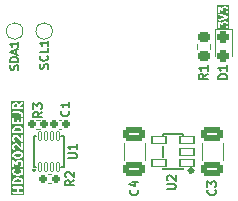
<source format=gbr>
%TF.GenerationSoftware,KiCad,Pcbnew,9.0.0*%
%TF.CreationDate,2025-05-23T16:01:07+04:00*%
%TF.ProjectId,02_06_sensor_temphumid_HDC3022DEJR,30325f30-365f-4736-956e-736f725f7465,rev?*%
%TF.SameCoordinates,Original*%
%TF.FileFunction,Legend,Top*%
%TF.FilePolarity,Positive*%
%FSLAX46Y46*%
G04 Gerber Fmt 4.6, Leading zero omitted, Abs format (unit mm)*
G04 Created by KiCad (PCBNEW 9.0.0) date 2025-05-23 16:01:07*
%MOMM*%
%LPD*%
G01*
G04 APERTURE LIST*
G04 Aperture macros list*
%AMRoundRect*
0 Rectangle with rounded corners*
0 $1 Rounding radius*
0 $2 $3 $4 $5 $6 $7 $8 $9 X,Y pos of 4 corners*
0 Add a 4 corners polygon primitive as box body*
4,1,4,$2,$3,$4,$5,$6,$7,$8,$9,$2,$3,0*
0 Add four circle primitives for the rounded corners*
1,1,$1+$1,$2,$3*
1,1,$1+$1,$4,$5*
1,1,$1+$1,$6,$7*
1,1,$1+$1,$8,$9*
0 Add four rect primitives between the rounded corners*
20,1,$1+$1,$2,$3,$4,$5,0*
20,1,$1+$1,$4,$5,$6,$7,0*
20,1,$1+$1,$6,$7,$8,$9,0*
20,1,$1+$1,$8,$9,$2,$3,0*%
%AMFreePoly0*
4,1,15,0.935355,0.685368,0.950000,0.650013,0.950000,-0.650013,0.935355,-0.685368,0.900000,-0.700013,-0.750013,-0.700013,-0.785368,-0.685368,-0.785371,-0.685365,-0.935358,-0.535352,-0.950000,-0.500000,-0.950000,0.650013,-0.935355,0.685368,-0.900000,0.700013,0.900000,0.700013,0.935355,0.685368,0.935355,0.685368,$1*%
G04 Aperture macros list end*
%ADD10C,0.175000*%
%ADD11C,0.150000*%
%ADD12C,0.120000*%
%ADD13C,0.152000*%
%ADD14C,0.059995*%
%ADD15C,0.300000*%
%ADD16C,0.150013*%
%ADD17C,0.100000*%
%ADD18C,0.000000*%
%ADD19RoundRect,0.101600X0.175000X0.725000X-0.175000X0.725000X-0.175000X-0.725000X0.175000X-0.725000X0*%
%ADD20C,0.657200*%
%ADD21RoundRect,0.243750X-0.281250X0.243750X-0.281250X-0.243750X0.281250X-0.243750X0.281250X0.243750X0*%
%ADD22C,1.100000*%
%ADD23RoundRect,0.160000X-0.160000X-0.210000X0.160000X-0.210000X0.160000X0.210000X-0.160000X0.210000X0*%
%ADD24RoundRect,0.050000X0.600000X-0.300000X0.600000X0.300000X-0.600000X0.300000X-0.600000X-0.300000X0*%
%ADD25RoundRect,0.050000X-0.125006X-0.350000X0.125006X-0.350000X0.125006X0.350000X-0.125006X0.350000X0*%
%ADD26FreePoly0,0.000000*%
%ADD27RoundRect,0.165000X-0.165000X-0.195000X0.165000X-0.195000X0.165000X0.195000X-0.165000X0.195000X0*%
%ADD28RoundRect,0.160000X0.160000X0.210000X-0.160000X0.210000X-0.160000X-0.210000X0.160000X-0.210000X0*%
%ADD29RoundRect,0.271739X0.678261X-0.353261X0.678261X0.353261X-0.678261X0.353261X-0.678261X-0.353261X0*%
%ADD30RoundRect,0.225000X-0.300000X0.225000X-0.300000X-0.225000X0.300000X-0.225000X0.300000X0.225000X0*%
G04 APERTURE END LIST*
D10*
G36*
X140428751Y-107171844D02*
G01*
X140478890Y-107196913D01*
X140525671Y-107243694D01*
X140550364Y-107317771D01*
X140550364Y-107394643D01*
X139975364Y-107394643D01*
X139975364Y-107317771D01*
X140000055Y-107243695D01*
X140046840Y-107196911D01*
X140096971Y-107171845D01*
X140220062Y-107141072D01*
X140305661Y-107141072D01*
X140428751Y-107171844D01*
G37*
G36*
X140464467Y-104993272D02*
G01*
X140514603Y-105018340D01*
X140530239Y-105033976D01*
X140550364Y-105074226D01*
X140550364Y-105104343D01*
X140530237Y-105144597D01*
X140514602Y-105160231D01*
X140464470Y-105185297D01*
X140341376Y-105216071D01*
X140184348Y-105216071D01*
X140061260Y-105185298D01*
X140011122Y-105160229D01*
X139995491Y-105144598D01*
X139975364Y-105104343D01*
X139975364Y-105074226D01*
X139995489Y-105033976D01*
X140011124Y-105018340D01*
X140061257Y-104993273D01*
X140184348Y-104962500D01*
X140341376Y-104962500D01*
X140464467Y-104993272D01*
G37*
G36*
X140428751Y-102814700D02*
G01*
X140478890Y-102839769D01*
X140525671Y-102886550D01*
X140550364Y-102960627D01*
X140550364Y-103037499D01*
X139975364Y-103037499D01*
X139975364Y-102960627D01*
X140000055Y-102886551D01*
X140046840Y-102839767D01*
X140096971Y-102814701D01*
X140220062Y-102783928D01*
X140305661Y-102783928D01*
X140428751Y-102814700D01*
G37*
G36*
X140157459Y-100804053D02*
G01*
X140173094Y-100819687D01*
X140193221Y-100859941D01*
X140193221Y-101037499D01*
X139975364Y-101037499D01*
X139975364Y-100859941D01*
X139995491Y-100819686D01*
X140011122Y-100804055D01*
X140051378Y-100783928D01*
X140117209Y-100783928D01*
X140157459Y-100804053D01*
G37*
G36*
X140812864Y-108442857D02*
G01*
X139712864Y-108442857D01*
X139712864Y-107822216D01*
X139802045Y-107822216D01*
X139802045Y-107856356D01*
X139815110Y-107887898D01*
X139839252Y-107912040D01*
X139870794Y-107925105D01*
X139887864Y-107926786D01*
X140157507Y-107926786D01*
X140157507Y-108180357D01*
X139887864Y-108180357D01*
X139870794Y-108182038D01*
X139839252Y-108195103D01*
X139815110Y-108219245D01*
X139802045Y-108250787D01*
X139802045Y-108284927D01*
X139815110Y-108316469D01*
X139839252Y-108340611D01*
X139870794Y-108353676D01*
X139887864Y-108355357D01*
X140637864Y-108355357D01*
X140654934Y-108353676D01*
X140686476Y-108340611D01*
X140710618Y-108316469D01*
X140723683Y-108284927D01*
X140723683Y-108250787D01*
X140710618Y-108219245D01*
X140686476Y-108195103D01*
X140654934Y-108182038D01*
X140637864Y-108180357D01*
X140332507Y-108180357D01*
X140332507Y-107926786D01*
X140637864Y-107926786D01*
X140654934Y-107925105D01*
X140686476Y-107912040D01*
X140710618Y-107887898D01*
X140723683Y-107856356D01*
X140723683Y-107822216D01*
X140710618Y-107790674D01*
X140686476Y-107766532D01*
X140654934Y-107753467D01*
X140637864Y-107751786D01*
X139887864Y-107751786D01*
X139870794Y-107753467D01*
X139839252Y-107766532D01*
X139815110Y-107790674D01*
X139802045Y-107822216D01*
X139712864Y-107822216D01*
X139712864Y-107303572D01*
X139800364Y-107303572D01*
X139800364Y-107482143D01*
X139802045Y-107499213D01*
X139815110Y-107530755D01*
X139839252Y-107554897D01*
X139870794Y-107567962D01*
X139887864Y-107569643D01*
X140637864Y-107569643D01*
X140654934Y-107567962D01*
X140686476Y-107554897D01*
X140710618Y-107530755D01*
X140723683Y-107499213D01*
X140725364Y-107482143D01*
X140725364Y-107303572D01*
X140724513Y-107294932D01*
X140724677Y-107292628D01*
X140723987Y-107289596D01*
X140723683Y-107286502D01*
X140722798Y-107284366D01*
X140720874Y-107275903D01*
X140685160Y-107168759D01*
X140678167Y-107153097D01*
X140676108Y-107150723D01*
X140674904Y-107147816D01*
X140664022Y-107134557D01*
X140592593Y-107063128D01*
X140585880Y-107057618D01*
X140584368Y-107055875D01*
X140581739Y-107054220D01*
X140579334Y-107052246D01*
X140577197Y-107051360D01*
X140569852Y-107046737D01*
X140498423Y-107011023D01*
X140497175Y-107010545D01*
X140496667Y-107010169D01*
X140489509Y-107007612D01*
X140482403Y-107004893D01*
X140481771Y-107004848D01*
X140480514Y-107004399D01*
X140337657Y-106968684D01*
X140334695Y-106968246D01*
X140333505Y-106967753D01*
X140327085Y-106967120D01*
X140320689Y-106966175D01*
X140319411Y-106966365D01*
X140316435Y-106966072D01*
X140209292Y-106966072D01*
X140206316Y-106966365D01*
X140205039Y-106966175D01*
X140198644Y-106967120D01*
X140192222Y-106967753D01*
X140191031Y-106968246D01*
X140188071Y-106968684D01*
X140045213Y-107004398D01*
X140043952Y-107004848D01*
X140043324Y-107004893D01*
X140036244Y-107007602D01*
X140029061Y-107010169D01*
X140028551Y-107010546D01*
X140027304Y-107011024D01*
X139955876Y-107046738D01*
X139948532Y-107051360D01*
X139946394Y-107052246D01*
X139943987Y-107054221D01*
X139941360Y-107055875D01*
X139939847Y-107057618D01*
X139933135Y-107063128D01*
X139861706Y-107134557D01*
X139850824Y-107147816D01*
X139849620Y-107150721D01*
X139847561Y-107153096D01*
X139840568Y-107168759D01*
X139804854Y-107275902D01*
X139802929Y-107284367D01*
X139802045Y-107286502D01*
X139801740Y-107289596D01*
X139801051Y-107292628D01*
X139801214Y-107294932D01*
X139800364Y-107303572D01*
X139712864Y-107303572D01*
X139712864Y-106446429D01*
X139800364Y-106446429D01*
X139800364Y-106517857D01*
X139801214Y-106526496D01*
X139801051Y-106528801D01*
X139801740Y-106531832D01*
X139802045Y-106534927D01*
X139802929Y-106537061D01*
X139804854Y-106545527D01*
X139840568Y-106652670D01*
X139847561Y-106668333D01*
X139849620Y-106670707D01*
X139850824Y-106673613D01*
X139861706Y-106686872D01*
X139933135Y-106758301D01*
X139939847Y-106763810D01*
X139941360Y-106765554D01*
X139943987Y-106767207D01*
X139946394Y-106769183D01*
X139948532Y-106770068D01*
X139955876Y-106774691D01*
X140027304Y-106810405D01*
X140028551Y-106810882D01*
X140029061Y-106811260D01*
X140036244Y-106813826D01*
X140043324Y-106816536D01*
X140043952Y-106816580D01*
X140045213Y-106817031D01*
X140188071Y-106852745D01*
X140191031Y-106853182D01*
X140192222Y-106853676D01*
X140198644Y-106854308D01*
X140205039Y-106855254D01*
X140206316Y-106855063D01*
X140209292Y-106855357D01*
X140316435Y-106855357D01*
X140319411Y-106855063D01*
X140320689Y-106855254D01*
X140327085Y-106854308D01*
X140333505Y-106853676D01*
X140334695Y-106853182D01*
X140337657Y-106852745D01*
X140480514Y-106817030D01*
X140481771Y-106816580D01*
X140482403Y-106816536D01*
X140489509Y-106813816D01*
X140496667Y-106811260D01*
X140497175Y-106810883D01*
X140498423Y-106810406D01*
X140569852Y-106774692D01*
X140577197Y-106770068D01*
X140579334Y-106769183D01*
X140581739Y-106767208D01*
X140584368Y-106765554D01*
X140585880Y-106763810D01*
X140592593Y-106758301D01*
X140664022Y-106686872D01*
X140674904Y-106673613D01*
X140676108Y-106670705D01*
X140678167Y-106668332D01*
X140685160Y-106652670D01*
X140720874Y-106545526D01*
X140722798Y-106537062D01*
X140723683Y-106534927D01*
X140723987Y-106531832D01*
X140724677Y-106528801D01*
X140724513Y-106526496D01*
X140725364Y-106517857D01*
X140725364Y-106446429D01*
X140724513Y-106437789D01*
X140724677Y-106435485D01*
X140723987Y-106432453D01*
X140723683Y-106429359D01*
X140722798Y-106427223D01*
X140720874Y-106418760D01*
X140685160Y-106311616D01*
X140678167Y-106295954D01*
X140676107Y-106293579D01*
X140674903Y-106290672D01*
X140664021Y-106277413D01*
X140628306Y-106241699D01*
X140615047Y-106230818D01*
X140583505Y-106217753D01*
X140549363Y-106217754D01*
X140517821Y-106230819D01*
X140493681Y-106254960D01*
X140480616Y-106286502D01*
X140480617Y-106320644D01*
X140493682Y-106352186D01*
X140504564Y-106365445D01*
X140525672Y-106386552D01*
X140550364Y-106460628D01*
X140550364Y-106503657D01*
X140525671Y-106577734D01*
X140478890Y-106624515D01*
X140428751Y-106649584D01*
X140305661Y-106680357D01*
X140220062Y-106680357D01*
X140096971Y-106649583D01*
X140046840Y-106624518D01*
X140000055Y-106577733D01*
X139975364Y-106503657D01*
X139975364Y-106460628D01*
X140000055Y-106386552D01*
X140021164Y-106365444D01*
X140032045Y-106352185D01*
X140045111Y-106320643D01*
X140045111Y-106286501D01*
X140032045Y-106254959D01*
X140007905Y-106230819D01*
X139976363Y-106217753D01*
X139942221Y-106217753D01*
X139910679Y-106230819D01*
X139897420Y-106241700D01*
X139861706Y-106277414D01*
X139850824Y-106290673D01*
X139849620Y-106293578D01*
X139847561Y-106295953D01*
X139840568Y-106311616D01*
X139804854Y-106418759D01*
X139802929Y-106427224D01*
X139802045Y-106429359D01*
X139801740Y-106432453D01*
X139801051Y-106435485D01*
X139801214Y-106437789D01*
X139800364Y-106446429D01*
X139712864Y-106446429D01*
X139712864Y-105589286D01*
X139800364Y-105589286D01*
X139800364Y-106053572D01*
X139802045Y-106070642D01*
X139815110Y-106102184D01*
X139839252Y-106126326D01*
X139870794Y-106139391D01*
X139904934Y-106139391D01*
X139936476Y-106126326D01*
X139960618Y-106102184D01*
X139973683Y-106070642D01*
X139975364Y-106053572D01*
X139975364Y-105782115D01*
X140115959Y-105905137D01*
X140123338Y-105910412D01*
X140124966Y-105912040D01*
X140126508Y-105912679D01*
X140129912Y-105915112D01*
X140143376Y-105919665D01*
X140156508Y-105925105D01*
X140159459Y-105925105D01*
X140162253Y-105926050D01*
X140176429Y-105925105D01*
X140190648Y-105925105D01*
X140193375Y-105923975D01*
X140196320Y-105923779D01*
X140209061Y-105917477D01*
X140222190Y-105912040D01*
X140224275Y-105909954D01*
X140226923Y-105908645D01*
X140236287Y-105897942D01*
X140246332Y-105887898D01*
X140247460Y-105885172D01*
X140249404Y-105882952D01*
X140253957Y-105869487D01*
X140259397Y-105856356D01*
X140259806Y-105852192D01*
X140260342Y-105850611D01*
X140260188Y-105848314D01*
X140261078Y-105839286D01*
X140261078Y-105752798D01*
X140281203Y-105712548D01*
X140296840Y-105696911D01*
X140337090Y-105676786D01*
X140474352Y-105676786D01*
X140514602Y-105696911D01*
X140530239Y-105712548D01*
X140550364Y-105752798D01*
X140550364Y-105925774D01*
X140530239Y-105966024D01*
X140504563Y-105991700D01*
X140493681Y-106004959D01*
X140480616Y-106036501D01*
X140480616Y-106070643D01*
X140493681Y-106102185D01*
X140517822Y-106126326D01*
X140549364Y-106139391D01*
X140583506Y-106139391D01*
X140615048Y-106126326D01*
X140628307Y-106115444D01*
X140664022Y-106079729D01*
X140669531Y-106073016D01*
X140671275Y-106071504D01*
X140672928Y-106068876D01*
X140674904Y-106066470D01*
X140675789Y-106064331D01*
X140680412Y-106056988D01*
X140716126Y-105985560D01*
X140722257Y-105969540D01*
X140722479Y-105966403D01*
X140723683Y-105963499D01*
X140725364Y-105946429D01*
X140725364Y-105732143D01*
X140723683Y-105715073D01*
X140722479Y-105712168D01*
X140722257Y-105709032D01*
X140716126Y-105693012D01*
X140680412Y-105621584D01*
X140675789Y-105614240D01*
X140674904Y-105612102D01*
X140672928Y-105609695D01*
X140671275Y-105607068D01*
X140669531Y-105605555D01*
X140664022Y-105598843D01*
X140628307Y-105563128D01*
X140621594Y-105557618D01*
X140620082Y-105555875D01*
X140617454Y-105554221D01*
X140615048Y-105552246D01*
X140612909Y-105551360D01*
X140605566Y-105546738D01*
X140534138Y-105511024D01*
X140518119Y-105504893D01*
X140514981Y-105504670D01*
X140512077Y-105503467D01*
X140495007Y-105501786D01*
X140316435Y-105501786D01*
X140299365Y-105503467D01*
X140296460Y-105504670D01*
X140293324Y-105504893D01*
X140277304Y-105511024D01*
X140205876Y-105546738D01*
X140198532Y-105551360D01*
X140196394Y-105552246D01*
X140193987Y-105554221D01*
X140191360Y-105555875D01*
X140189847Y-105557618D01*
X140183135Y-105563128D01*
X140147420Y-105598843D01*
X140141910Y-105605555D01*
X140140167Y-105607068D01*
X140138513Y-105609695D01*
X140136538Y-105612102D01*
X140135652Y-105614240D01*
X140131030Y-105621584D01*
X140108697Y-105666248D01*
X139945483Y-105523436D01*
X139938104Y-105518160D01*
X139936476Y-105516532D01*
X139934932Y-105515892D01*
X139931530Y-105513460D01*
X139918065Y-105508906D01*
X139904934Y-105503467D01*
X139901983Y-105503467D01*
X139899189Y-105502522D01*
X139885013Y-105503467D01*
X139870794Y-105503467D01*
X139868066Y-105504596D01*
X139865122Y-105504793D01*
X139852380Y-105511094D01*
X139839252Y-105516532D01*
X139837166Y-105518617D01*
X139834519Y-105519927D01*
X139825154Y-105530629D01*
X139815110Y-105540674D01*
X139813981Y-105543399D01*
X139812038Y-105545620D01*
X139807484Y-105559084D01*
X139802045Y-105572216D01*
X139801635Y-105576379D01*
X139801100Y-105577961D01*
X139801253Y-105580257D01*
X139800364Y-105589286D01*
X139712864Y-105589286D01*
X139712864Y-105053571D01*
X139800364Y-105053571D01*
X139800364Y-105125000D01*
X139802045Y-105142070D01*
X139803248Y-105144974D01*
X139803471Y-105148111D01*
X139809601Y-105164131D01*
X139845315Y-105235560D01*
X139849938Y-105242905D01*
X139850824Y-105245042D01*
X139852798Y-105247447D01*
X139854453Y-105250076D01*
X139856196Y-105251588D01*
X139861706Y-105258301D01*
X139897420Y-105294015D01*
X139904130Y-105299522D01*
X139905645Y-105301268D01*
X139908277Y-105302925D01*
X139910679Y-105304896D01*
X139912811Y-105305779D01*
X139920161Y-105310406D01*
X139991590Y-105346120D01*
X139992839Y-105346598D01*
X139993347Y-105346974D01*
X140000513Y-105349534D01*
X140007610Y-105352250D01*
X140008238Y-105352294D01*
X140009499Y-105352745D01*
X140152357Y-105388459D01*
X140155317Y-105388896D01*
X140156508Y-105389390D01*
X140162930Y-105390022D01*
X140169325Y-105390968D01*
X140170602Y-105390777D01*
X140173578Y-105391071D01*
X140352150Y-105391071D01*
X140355126Y-105390777D01*
X140356404Y-105390968D01*
X140362800Y-105390022D01*
X140369220Y-105389390D01*
X140370410Y-105388896D01*
X140373372Y-105388459D01*
X140516229Y-105352744D01*
X140517486Y-105352294D01*
X140518119Y-105352250D01*
X140525215Y-105349534D01*
X140532382Y-105346974D01*
X140532892Y-105346595D01*
X140534138Y-105346119D01*
X140605566Y-105310405D01*
X140612910Y-105305781D01*
X140615047Y-105304897D01*
X140617451Y-105302923D01*
X140620082Y-105301268D01*
X140621595Y-105299522D01*
X140628306Y-105294016D01*
X140664021Y-105258302D01*
X140669530Y-105251589D01*
X140671275Y-105250076D01*
X140672930Y-105247446D01*
X140674903Y-105245043D01*
X140675787Y-105242907D01*
X140680413Y-105235560D01*
X140716127Y-105164131D01*
X140722257Y-105148111D01*
X140722479Y-105144974D01*
X140723683Y-105142070D01*
X140725364Y-105125000D01*
X140725364Y-105053571D01*
X140723683Y-105036501D01*
X140722479Y-105033596D01*
X140722257Y-105030460D01*
X140716126Y-105014440D01*
X140680412Y-104943012D01*
X140675788Y-104935666D01*
X140674903Y-104933529D01*
X140672929Y-104931124D01*
X140671275Y-104928496D01*
X140669530Y-104926983D01*
X140664021Y-104920270D01*
X140628306Y-104884556D01*
X140621595Y-104879049D01*
X140620083Y-104877305D01*
X140617452Y-104875649D01*
X140615047Y-104873675D01*
X140612911Y-104872790D01*
X140605567Y-104868167D01*
X140534139Y-104832452D01*
X140532891Y-104831974D01*
X140532382Y-104831597D01*
X140525221Y-104829039D01*
X140518119Y-104826321D01*
X140517486Y-104826276D01*
X140516229Y-104825827D01*
X140373372Y-104790112D01*
X140370410Y-104789674D01*
X140369220Y-104789181D01*
X140362800Y-104788548D01*
X140356404Y-104787603D01*
X140355126Y-104787793D01*
X140352150Y-104787500D01*
X140173578Y-104787500D01*
X140170602Y-104787793D01*
X140169325Y-104787603D01*
X140162930Y-104788548D01*
X140156508Y-104789181D01*
X140155317Y-104789674D01*
X140152357Y-104790112D01*
X140009499Y-104825826D01*
X140008238Y-104826276D01*
X140007609Y-104826321D01*
X140000515Y-104829035D01*
X139993347Y-104831597D01*
X139992838Y-104831973D01*
X139991589Y-104832452D01*
X139920160Y-104868167D01*
X139912810Y-104872792D01*
X139910679Y-104873676D01*
X139908279Y-104875644D01*
X139905644Y-104877304D01*
X139904127Y-104879052D01*
X139897420Y-104884557D01*
X139861706Y-104920271D01*
X139856196Y-104926983D01*
X139854453Y-104928496D01*
X139852799Y-104931123D01*
X139850824Y-104933530D01*
X139849938Y-104935668D01*
X139845316Y-104943012D01*
X139809602Y-105014440D01*
X139803471Y-105030459D01*
X139803248Y-105033596D01*
X139802045Y-105036501D01*
X139800364Y-105053571D01*
X139712864Y-105053571D01*
X139712864Y-104303571D01*
X139800364Y-104303571D01*
X139800364Y-104482143D01*
X139802045Y-104499213D01*
X139803248Y-104502117D01*
X139803471Y-104505255D01*
X139809602Y-104521274D01*
X139845316Y-104592702D01*
X139849938Y-104600045D01*
X139850824Y-104602184D01*
X139852799Y-104604590D01*
X139854453Y-104607218D01*
X139856196Y-104608730D01*
X139861706Y-104615443D01*
X139897420Y-104651157D01*
X139910679Y-104662038D01*
X139942221Y-104675104D01*
X139976363Y-104675104D01*
X140007905Y-104662038D01*
X140032045Y-104637898D01*
X140045111Y-104606356D01*
X140045111Y-104572214D01*
X140032045Y-104540672D01*
X140021164Y-104527413D01*
X139995489Y-104501738D01*
X139975364Y-104461488D01*
X139975364Y-104324226D01*
X139995489Y-104283975D01*
X140011123Y-104268340D01*
X140051378Y-104248214D01*
X140087950Y-104248214D01*
X140162026Y-104272906D01*
X140575992Y-104686872D01*
X140589251Y-104697753D01*
X140589252Y-104697754D01*
X140620794Y-104710819D01*
X140654934Y-104710819D01*
X140686476Y-104697754D01*
X140710618Y-104673612D01*
X140723683Y-104642070D01*
X140725364Y-104625000D01*
X140725364Y-104160714D01*
X140723683Y-104143644D01*
X140710618Y-104112102D01*
X140686476Y-104087960D01*
X140654934Y-104074895D01*
X140620794Y-104074895D01*
X140589252Y-104087960D01*
X140565110Y-104112102D01*
X140552045Y-104143644D01*
X140550364Y-104160714D01*
X140550364Y-104413756D01*
X140271164Y-104134556D01*
X140257905Y-104123674D01*
X140254999Y-104122470D01*
X140252625Y-104120411D01*
X140236962Y-104113418D01*
X140129820Y-104077704D01*
X140121354Y-104075779D01*
X140119220Y-104074895D01*
X140116125Y-104074590D01*
X140113094Y-104073901D01*
X140110789Y-104074064D01*
X140102150Y-104073214D01*
X140030721Y-104073214D01*
X140013651Y-104074895D01*
X140010746Y-104076098D01*
X140007610Y-104076321D01*
X139991590Y-104082451D01*
X139920161Y-104118165D01*
X139912813Y-104122790D01*
X139910678Y-104123675D01*
X139908274Y-104125647D01*
X139905645Y-104127303D01*
X139904131Y-104129047D01*
X139897419Y-104134557D01*
X139861705Y-104170272D01*
X139856198Y-104176982D01*
X139854453Y-104178496D01*
X139852797Y-104181126D01*
X139850824Y-104183531D01*
X139849939Y-104185667D01*
X139845316Y-104193012D01*
X139809602Y-104264440D01*
X139803471Y-104280459D01*
X139803248Y-104283596D01*
X139802045Y-104286501D01*
X139800364Y-104303571D01*
X139712864Y-104303571D01*
X139712864Y-103589285D01*
X139800364Y-103589285D01*
X139800364Y-103767857D01*
X139802045Y-103784927D01*
X139803248Y-103787831D01*
X139803471Y-103790969D01*
X139809602Y-103806988D01*
X139845316Y-103878416D01*
X139849938Y-103885759D01*
X139850824Y-103887898D01*
X139852799Y-103890304D01*
X139854453Y-103892932D01*
X139856196Y-103894444D01*
X139861706Y-103901157D01*
X139897420Y-103936871D01*
X139910679Y-103947752D01*
X139942221Y-103960818D01*
X139976363Y-103960818D01*
X140007905Y-103947752D01*
X140032045Y-103923612D01*
X140045111Y-103892070D01*
X140045111Y-103857928D01*
X140032045Y-103826386D01*
X140021164Y-103813127D01*
X139995489Y-103787452D01*
X139975364Y-103747202D01*
X139975364Y-103609940D01*
X139995489Y-103569689D01*
X140011123Y-103554054D01*
X140051378Y-103533928D01*
X140087950Y-103533928D01*
X140162026Y-103558620D01*
X140575992Y-103972586D01*
X140589251Y-103983467D01*
X140589252Y-103983468D01*
X140620794Y-103996533D01*
X140654934Y-103996533D01*
X140686476Y-103983468D01*
X140710618Y-103959326D01*
X140723683Y-103927784D01*
X140725364Y-103910714D01*
X140725364Y-103446428D01*
X140723683Y-103429358D01*
X140710618Y-103397816D01*
X140686476Y-103373674D01*
X140654934Y-103360609D01*
X140620794Y-103360609D01*
X140589252Y-103373674D01*
X140565110Y-103397816D01*
X140552045Y-103429358D01*
X140550364Y-103446428D01*
X140550364Y-103699470D01*
X140271164Y-103420270D01*
X140257905Y-103409388D01*
X140254999Y-103408184D01*
X140252625Y-103406125D01*
X140236962Y-103399132D01*
X140129820Y-103363418D01*
X140121354Y-103361493D01*
X140119220Y-103360609D01*
X140116125Y-103360304D01*
X140113094Y-103359615D01*
X140110789Y-103359778D01*
X140102150Y-103358928D01*
X140030721Y-103358928D01*
X140013651Y-103360609D01*
X140010746Y-103361812D01*
X140007610Y-103362035D01*
X139991590Y-103368165D01*
X139920161Y-103403879D01*
X139912813Y-103408504D01*
X139910678Y-103409389D01*
X139908274Y-103411361D01*
X139905645Y-103413017D01*
X139904131Y-103414761D01*
X139897419Y-103420271D01*
X139861705Y-103455986D01*
X139856198Y-103462696D01*
X139854453Y-103464210D01*
X139852797Y-103466840D01*
X139850824Y-103469245D01*
X139849939Y-103471381D01*
X139845316Y-103478726D01*
X139809602Y-103550154D01*
X139803471Y-103566173D01*
X139803248Y-103569310D01*
X139802045Y-103572215D01*
X139800364Y-103589285D01*
X139712864Y-103589285D01*
X139712864Y-102946428D01*
X139800364Y-102946428D01*
X139800364Y-103124999D01*
X139802045Y-103142069D01*
X139815110Y-103173611D01*
X139839252Y-103197753D01*
X139870794Y-103210818D01*
X139887864Y-103212499D01*
X140637864Y-103212499D01*
X140654934Y-103210818D01*
X140686476Y-103197753D01*
X140710618Y-103173611D01*
X140723683Y-103142069D01*
X140725364Y-103124999D01*
X140725364Y-102946428D01*
X140724513Y-102937788D01*
X140724677Y-102935484D01*
X140723987Y-102932452D01*
X140723683Y-102929358D01*
X140722798Y-102927222D01*
X140720874Y-102918759D01*
X140685160Y-102811615D01*
X140678167Y-102795953D01*
X140676108Y-102793579D01*
X140674904Y-102790672D01*
X140664022Y-102777413D01*
X140592593Y-102705984D01*
X140585880Y-102700474D01*
X140584368Y-102698731D01*
X140581739Y-102697076D01*
X140579334Y-102695102D01*
X140577197Y-102694216D01*
X140569852Y-102689593D01*
X140498423Y-102653879D01*
X140497175Y-102653401D01*
X140496667Y-102653025D01*
X140489509Y-102650468D01*
X140482403Y-102647749D01*
X140481771Y-102647704D01*
X140480514Y-102647255D01*
X140337657Y-102611540D01*
X140334695Y-102611102D01*
X140333505Y-102610609D01*
X140327085Y-102609976D01*
X140320689Y-102609031D01*
X140319411Y-102609221D01*
X140316435Y-102608928D01*
X140209292Y-102608928D01*
X140206316Y-102609221D01*
X140205039Y-102609031D01*
X140198644Y-102609976D01*
X140192222Y-102610609D01*
X140191031Y-102611102D01*
X140188071Y-102611540D01*
X140045213Y-102647254D01*
X140043952Y-102647704D01*
X140043324Y-102647749D01*
X140036244Y-102650458D01*
X140029061Y-102653025D01*
X140028551Y-102653402D01*
X140027304Y-102653880D01*
X139955876Y-102689594D01*
X139948532Y-102694216D01*
X139946394Y-102695102D01*
X139943987Y-102697077D01*
X139941360Y-102698731D01*
X139939847Y-102700474D01*
X139933135Y-102705984D01*
X139861706Y-102777413D01*
X139850824Y-102790672D01*
X139849620Y-102793577D01*
X139847561Y-102795952D01*
X139840568Y-102811615D01*
X139804854Y-102918758D01*
X139802929Y-102927223D01*
X139802045Y-102929358D01*
X139801740Y-102932452D01*
X139801051Y-102935484D01*
X139801214Y-102937788D01*
X139800364Y-102946428D01*
X139712864Y-102946428D01*
X139712864Y-102017856D01*
X139800364Y-102017856D01*
X139800364Y-102374999D01*
X139802045Y-102392069D01*
X139815110Y-102423611D01*
X139839252Y-102447753D01*
X139870794Y-102460818D01*
X139887864Y-102462499D01*
X140637864Y-102462499D01*
X140654934Y-102460818D01*
X140686476Y-102447753D01*
X140710618Y-102423611D01*
X140723683Y-102392069D01*
X140725364Y-102374999D01*
X140725364Y-102017856D01*
X140723683Y-102000786D01*
X140710618Y-101969244D01*
X140686476Y-101945102D01*
X140654934Y-101932037D01*
X140620794Y-101932037D01*
X140589252Y-101945102D01*
X140565110Y-101969244D01*
X140552045Y-102000786D01*
X140550364Y-102017856D01*
X140550364Y-102287499D01*
X140332507Y-102287499D01*
X140332507Y-102124999D01*
X140330826Y-102107929D01*
X140317761Y-102076387D01*
X140293619Y-102052245D01*
X140262077Y-102039180D01*
X140227937Y-102039180D01*
X140196395Y-102052245D01*
X140172253Y-102076387D01*
X140159188Y-102107929D01*
X140157507Y-102124999D01*
X140157507Y-102287499D01*
X139975364Y-102287499D01*
X139975364Y-102017856D01*
X139973683Y-102000786D01*
X139960618Y-101969244D01*
X139936476Y-101945102D01*
X139904934Y-101932037D01*
X139870794Y-101932037D01*
X139839252Y-101945102D01*
X139815110Y-101969244D01*
X139802045Y-102000786D01*
X139800364Y-102017856D01*
X139712864Y-102017856D01*
X139712864Y-101465072D01*
X139802045Y-101465072D01*
X139802045Y-101499212D01*
X139815110Y-101530754D01*
X139839252Y-101554896D01*
X139870794Y-101567961D01*
X139887864Y-101569642D01*
X140409378Y-101569642D01*
X140483456Y-101594335D01*
X140525671Y-101636550D01*
X140550364Y-101710627D01*
X140550364Y-101767857D01*
X140552045Y-101784927D01*
X140565110Y-101816469D01*
X140589252Y-101840611D01*
X140620794Y-101853676D01*
X140654934Y-101853676D01*
X140686476Y-101840611D01*
X140710618Y-101816469D01*
X140723683Y-101784927D01*
X140725364Y-101767857D01*
X140725364Y-101696428D01*
X140724513Y-101687788D01*
X140724677Y-101685484D01*
X140723987Y-101682452D01*
X140723683Y-101679358D01*
X140722798Y-101677222D01*
X140720874Y-101668759D01*
X140685160Y-101561615D01*
X140678167Y-101545953D01*
X140676107Y-101543577D01*
X140674903Y-101540671D01*
X140664021Y-101527413D01*
X140592592Y-101455985D01*
X140579333Y-101445103D01*
X140576429Y-101443900D01*
X140574054Y-101441840D01*
X140558392Y-101434847D01*
X140451248Y-101399132D01*
X140442782Y-101397207D01*
X140440648Y-101396323D01*
X140437554Y-101396018D01*
X140434523Y-101395329D01*
X140432217Y-101395492D01*
X140423578Y-101394642D01*
X139887864Y-101394642D01*
X139870794Y-101396323D01*
X139839252Y-101409388D01*
X139815110Y-101433530D01*
X139802045Y-101465072D01*
X139712864Y-101465072D01*
X139712864Y-100839285D01*
X139800364Y-100839285D01*
X139800364Y-101124999D01*
X139802045Y-101142069D01*
X139815110Y-101173611D01*
X139839252Y-101197753D01*
X139870794Y-101210818D01*
X139887864Y-101212499D01*
X140637864Y-101212499D01*
X140654934Y-101210818D01*
X140686476Y-101197753D01*
X140710618Y-101173611D01*
X140723683Y-101142069D01*
X140723683Y-101107929D01*
X140710618Y-101076387D01*
X140686476Y-101052245D01*
X140654934Y-101039180D01*
X140637864Y-101037499D01*
X140368221Y-101037499D01*
X140368221Y-100991985D01*
X140688042Y-100768111D01*
X140701063Y-100756944D01*
X140719411Y-100728153D01*
X140725344Y-100694531D01*
X140717959Y-100661198D01*
X140698381Y-100633229D01*
X140669590Y-100614882D01*
X140635967Y-100608948D01*
X140602635Y-100616333D01*
X140587686Y-100624745D01*
X140353310Y-100788807D01*
X140323270Y-100728725D01*
X140318644Y-100721377D01*
X140317760Y-100719242D01*
X140315787Y-100716838D01*
X140314132Y-100714209D01*
X140312387Y-100712695D01*
X140306878Y-100705983D01*
X140271163Y-100670269D01*
X140264452Y-100664762D01*
X140262939Y-100663017D01*
X140260308Y-100661361D01*
X140257904Y-100659388D01*
X140255767Y-100658503D01*
X140248423Y-100653880D01*
X140176995Y-100618166D01*
X140160976Y-100612035D01*
X140157838Y-100611812D01*
X140154934Y-100610609D01*
X140137864Y-100608928D01*
X140030721Y-100608928D01*
X140013651Y-100610609D01*
X140010746Y-100611812D01*
X140007610Y-100612035D01*
X139991590Y-100618165D01*
X139920161Y-100653879D01*
X139912811Y-100658505D01*
X139910679Y-100659389D01*
X139908277Y-100661359D01*
X139905645Y-100663017D01*
X139904130Y-100664762D01*
X139897420Y-100670270D01*
X139861706Y-100705984D01*
X139856196Y-100712696D01*
X139854453Y-100714209D01*
X139852798Y-100716837D01*
X139850824Y-100719243D01*
X139849938Y-100721379D01*
X139845315Y-100728725D01*
X139809601Y-100800154D01*
X139803471Y-100816174D01*
X139803248Y-100819310D01*
X139802045Y-100822215D01*
X139800364Y-100839285D01*
X139712864Y-100839285D01*
X139712864Y-100521428D01*
X140812864Y-100521428D01*
X140812864Y-108442857D01*
G37*
D11*
G36*
X158168811Y-94418004D02*
G01*
X157163255Y-94418004D01*
X157163255Y-93833333D01*
X157241033Y-93833333D01*
X157241033Y-94266667D01*
X157242474Y-94281299D01*
X157253673Y-94308335D01*
X157274365Y-94329027D01*
X157301401Y-94340226D01*
X157330665Y-94340226D01*
X157357701Y-94329027D01*
X157378393Y-94308335D01*
X157389592Y-94281299D01*
X157391033Y-94266667D01*
X157391033Y-93998615D01*
X157533312Y-94123110D01*
X157539636Y-94127631D01*
X157541032Y-94129027D01*
X157542355Y-94129575D01*
X157545273Y-94131661D01*
X157556810Y-94135562D01*
X157568068Y-94140226D01*
X157570599Y-94140226D01*
X157572994Y-94141036D01*
X157585147Y-94140226D01*
X157597332Y-94140226D01*
X157599668Y-94139258D01*
X157602192Y-94139090D01*
X157613117Y-94133687D01*
X157624368Y-94129027D01*
X157626154Y-94127240D01*
X157628424Y-94126118D01*
X157636449Y-94116945D01*
X157645060Y-94108335D01*
X157646028Y-94105998D01*
X157647694Y-94104094D01*
X157651595Y-94092556D01*
X157656259Y-94081299D01*
X157656610Y-94077728D01*
X157657069Y-94076373D01*
X157656937Y-94074405D01*
X157657700Y-94066667D01*
X157657700Y-93984371D01*
X157677671Y-93944427D01*
X157693793Y-93928305D01*
X157733738Y-93908333D01*
X157864994Y-93908333D01*
X157904940Y-93928306D01*
X157921061Y-93944427D01*
X157941033Y-93984371D01*
X157941033Y-94148962D01*
X157921061Y-94188906D01*
X157896333Y-94213634D01*
X157887006Y-94224999D01*
X157875807Y-94252036D01*
X157875807Y-94281298D01*
X157887006Y-94308335D01*
X157907698Y-94329027D01*
X157934735Y-94340226D01*
X157963997Y-94340226D01*
X157991034Y-94329027D01*
X158002399Y-94319700D01*
X158035733Y-94286366D01*
X158040451Y-94280616D01*
X158041950Y-94279317D01*
X158043371Y-94277057D01*
X158045060Y-94275001D01*
X158045817Y-94273173D01*
X158049782Y-94266874D01*
X158083115Y-94200208D01*
X158088370Y-94186476D01*
X158088560Y-94183788D01*
X158089592Y-94181299D01*
X158091033Y-94166667D01*
X158091033Y-93966667D01*
X158089592Y-93952035D01*
X158088560Y-93949545D01*
X158088370Y-93946858D01*
X158083115Y-93933127D01*
X158049782Y-93866459D01*
X158045817Y-93860161D01*
X158045060Y-93858332D01*
X158043369Y-93856272D01*
X158041950Y-93854017D01*
X158040453Y-93852719D01*
X158035732Y-93846966D01*
X158002398Y-93813633D01*
X157996646Y-93808912D01*
X157995350Y-93807418D01*
X157993095Y-93805998D01*
X157991033Y-93804306D01*
X157989202Y-93803548D01*
X157982908Y-93799585D01*
X157916242Y-93766251D01*
X157902510Y-93760996D01*
X157899820Y-93760804D01*
X157897332Y-93759774D01*
X157882700Y-93758333D01*
X157716033Y-93758333D01*
X157701401Y-93759774D01*
X157698912Y-93760804D01*
X157696223Y-93760996D01*
X157682491Y-93766251D01*
X157615825Y-93799585D01*
X157609528Y-93803548D01*
X157607698Y-93804307D01*
X157605636Y-93805998D01*
X157603382Y-93807418D01*
X157602085Y-93808913D01*
X157596333Y-93813634D01*
X157563000Y-93846967D01*
X157558281Y-93852716D01*
X157556783Y-93854016D01*
X157555361Y-93856275D01*
X157553673Y-93858332D01*
X157552915Y-93860159D01*
X157548951Y-93866459D01*
X157524248Y-93915864D01*
X157365421Y-93776890D01*
X157359096Y-93772368D01*
X157357701Y-93770973D01*
X157356377Y-93770424D01*
X157353460Y-93768339D01*
X157341922Y-93764437D01*
X157330665Y-93759774D01*
X157328134Y-93759774D01*
X157325739Y-93758964D01*
X157313586Y-93759774D01*
X157301401Y-93759774D01*
X157299064Y-93760741D01*
X157296541Y-93760910D01*
X157285615Y-93766312D01*
X157274365Y-93770973D01*
X157272578Y-93772759D01*
X157270309Y-93773882D01*
X157262283Y-93783054D01*
X157253673Y-93791665D01*
X157252704Y-93794001D01*
X157251039Y-93795906D01*
X157247137Y-93807443D01*
X157242474Y-93818701D01*
X157242122Y-93822271D01*
X157241664Y-93823627D01*
X157241795Y-93825594D01*
X157241033Y-93833333D01*
X157163255Y-93833333D01*
X157163255Y-93157286D01*
X157241622Y-93157286D01*
X157243697Y-93186476D01*
X157256783Y-93212649D01*
X157278890Y-93231823D01*
X157292316Y-93237817D01*
X157778863Y-93399999D01*
X157292316Y-93562182D01*
X157278890Y-93568176D01*
X157256783Y-93587350D01*
X157243697Y-93613523D01*
X157241622Y-93642713D01*
X157250876Y-93670476D01*
X157270050Y-93692583D01*
X157296223Y-93705669D01*
X157325413Y-93707744D01*
X157339750Y-93704484D01*
X158039750Y-93471151D01*
X158053176Y-93465157D01*
X158057224Y-93461645D01*
X158062016Y-93459250D01*
X158068178Y-93452145D01*
X158075283Y-93445983D01*
X158077679Y-93441190D01*
X158081190Y-93437143D01*
X158084163Y-93428223D01*
X158088370Y-93419810D01*
X158088750Y-93414461D01*
X158090444Y-93409380D01*
X158089777Y-93400007D01*
X158090445Y-93390620D01*
X158088748Y-93385531D01*
X158088369Y-93380190D01*
X158084165Y-93371782D01*
X158081190Y-93362857D01*
X158077678Y-93358808D01*
X158075283Y-93354017D01*
X158068180Y-93347857D01*
X158062017Y-93340750D01*
X158057222Y-93338352D01*
X158053176Y-93334843D01*
X158039750Y-93328849D01*
X157339750Y-93095515D01*
X157325413Y-93092255D01*
X157296223Y-93094330D01*
X157270050Y-93107416D01*
X157250876Y-93129523D01*
X157241622Y-93157286D01*
X157163255Y-93157286D01*
X157163255Y-92566666D01*
X157241033Y-92566666D01*
X157241033Y-93000000D01*
X157242474Y-93014632D01*
X157253673Y-93041668D01*
X157274365Y-93062360D01*
X157301401Y-93073559D01*
X157330665Y-93073559D01*
X157357701Y-93062360D01*
X157378393Y-93041668D01*
X157389592Y-93014632D01*
X157391033Y-93000000D01*
X157391033Y-92731948D01*
X157533312Y-92856443D01*
X157539636Y-92860964D01*
X157541032Y-92862360D01*
X157542355Y-92862908D01*
X157545273Y-92864994D01*
X157556810Y-92868895D01*
X157568068Y-92873559D01*
X157570599Y-92873559D01*
X157572994Y-92874369D01*
X157585147Y-92873559D01*
X157597332Y-92873559D01*
X157599668Y-92872591D01*
X157602192Y-92872423D01*
X157613117Y-92867020D01*
X157624368Y-92862360D01*
X157626154Y-92860573D01*
X157628424Y-92859451D01*
X157636449Y-92850278D01*
X157645060Y-92841668D01*
X157646028Y-92839331D01*
X157647694Y-92837427D01*
X157651595Y-92825889D01*
X157656259Y-92814632D01*
X157656610Y-92811061D01*
X157657069Y-92809706D01*
X157656937Y-92807738D01*
X157657700Y-92800000D01*
X157657700Y-92717704D01*
X157677671Y-92677760D01*
X157693793Y-92661638D01*
X157733738Y-92641666D01*
X157864994Y-92641666D01*
X157904940Y-92661639D01*
X157921061Y-92677760D01*
X157941033Y-92717704D01*
X157941033Y-92882295D01*
X157921061Y-92922239D01*
X157896333Y-92946967D01*
X157887006Y-92958332D01*
X157875807Y-92985369D01*
X157875807Y-93014631D01*
X157887006Y-93041668D01*
X157907698Y-93062360D01*
X157934735Y-93073559D01*
X157963997Y-93073559D01*
X157991034Y-93062360D01*
X158002399Y-93053033D01*
X158035733Y-93019699D01*
X158040451Y-93013949D01*
X158041950Y-93012650D01*
X158043371Y-93010390D01*
X158045060Y-93008334D01*
X158045817Y-93006506D01*
X158049782Y-93000207D01*
X158083115Y-92933541D01*
X158088370Y-92919809D01*
X158088560Y-92917121D01*
X158089592Y-92914632D01*
X158091033Y-92900000D01*
X158091033Y-92700000D01*
X158089592Y-92685368D01*
X158088560Y-92682878D01*
X158088370Y-92680191D01*
X158083115Y-92666460D01*
X158049782Y-92599792D01*
X158045817Y-92593494D01*
X158045060Y-92591665D01*
X158043369Y-92589605D01*
X158041950Y-92587350D01*
X158040453Y-92586052D01*
X158035732Y-92580299D01*
X158002398Y-92546966D01*
X157996646Y-92542245D01*
X157995350Y-92540751D01*
X157993095Y-92539331D01*
X157991033Y-92537639D01*
X157989202Y-92536881D01*
X157982908Y-92532918D01*
X157916242Y-92499584D01*
X157902510Y-92494329D01*
X157899820Y-92494137D01*
X157897332Y-92493107D01*
X157882700Y-92491666D01*
X157716033Y-92491666D01*
X157701401Y-92493107D01*
X157698912Y-92494137D01*
X157696223Y-92494329D01*
X157682491Y-92499584D01*
X157615825Y-92532918D01*
X157609528Y-92536881D01*
X157607698Y-92537640D01*
X157605636Y-92539331D01*
X157603382Y-92540751D01*
X157602085Y-92542246D01*
X157596333Y-92546967D01*
X157563000Y-92580300D01*
X157558281Y-92586049D01*
X157556783Y-92587349D01*
X157555361Y-92589608D01*
X157553673Y-92591665D01*
X157552915Y-92593492D01*
X157548951Y-92599792D01*
X157524248Y-92649197D01*
X157365421Y-92510223D01*
X157359096Y-92505701D01*
X157357701Y-92504306D01*
X157356377Y-92503757D01*
X157353460Y-92501672D01*
X157341922Y-92497770D01*
X157330665Y-92493107D01*
X157328134Y-92493107D01*
X157325739Y-92492297D01*
X157313586Y-92493107D01*
X157301401Y-92493107D01*
X157299064Y-92494074D01*
X157296541Y-92494243D01*
X157285615Y-92499645D01*
X157274365Y-92504306D01*
X157272578Y-92506092D01*
X157270309Y-92507215D01*
X157262283Y-92516387D01*
X157253673Y-92524998D01*
X157252704Y-92527334D01*
X157251039Y-92529239D01*
X157247137Y-92540776D01*
X157242474Y-92552034D01*
X157242122Y-92555604D01*
X157241664Y-92556960D01*
X157241795Y-92558927D01*
X157241033Y-92566666D01*
X157163255Y-92566666D01*
X157163255Y-92413888D01*
X158168811Y-92413888D01*
X158168811Y-94418004D01*
G37*
D10*
X157997864Y-98653571D02*
X157247864Y-98653571D01*
X157247864Y-98653571D02*
X157247864Y-98475000D01*
X157247864Y-98475000D02*
X157283578Y-98367857D01*
X157283578Y-98367857D02*
X157355007Y-98296428D01*
X157355007Y-98296428D02*
X157426435Y-98260714D01*
X157426435Y-98260714D02*
X157569292Y-98225000D01*
X157569292Y-98225000D02*
X157676435Y-98225000D01*
X157676435Y-98225000D02*
X157819292Y-98260714D01*
X157819292Y-98260714D02*
X157890721Y-98296428D01*
X157890721Y-98296428D02*
X157962150Y-98367857D01*
X157962150Y-98367857D02*
X157997864Y-98475000D01*
X157997864Y-98475000D02*
X157997864Y-98653571D01*
X157997864Y-97510714D02*
X157997864Y-97939285D01*
X157997864Y-97725000D02*
X157247864Y-97725000D01*
X157247864Y-97725000D02*
X157355007Y-97796428D01*
X157355007Y-97796428D02*
X157426435Y-97867857D01*
X157426435Y-97867857D02*
X157462150Y-97939285D01*
D11*
X142782700Y-97766666D02*
X142816033Y-97666666D01*
X142816033Y-97666666D02*
X142816033Y-97500000D01*
X142816033Y-97500000D02*
X142782700Y-97433333D01*
X142782700Y-97433333D02*
X142749366Y-97400000D01*
X142749366Y-97400000D02*
X142682700Y-97366666D01*
X142682700Y-97366666D02*
X142616033Y-97366666D01*
X142616033Y-97366666D02*
X142549366Y-97400000D01*
X142549366Y-97400000D02*
X142516033Y-97433333D01*
X142516033Y-97433333D02*
X142482700Y-97500000D01*
X142482700Y-97500000D02*
X142449366Y-97633333D01*
X142449366Y-97633333D02*
X142416033Y-97700000D01*
X142416033Y-97700000D02*
X142382700Y-97733333D01*
X142382700Y-97733333D02*
X142316033Y-97766666D01*
X142316033Y-97766666D02*
X142249366Y-97766666D01*
X142249366Y-97766666D02*
X142182700Y-97733333D01*
X142182700Y-97733333D02*
X142149366Y-97700000D01*
X142149366Y-97700000D02*
X142116033Y-97633333D01*
X142116033Y-97633333D02*
X142116033Y-97466666D01*
X142116033Y-97466666D02*
X142149366Y-97366666D01*
X142749366Y-96666666D02*
X142782700Y-96699999D01*
X142782700Y-96699999D02*
X142816033Y-96799999D01*
X142816033Y-96799999D02*
X142816033Y-96866666D01*
X142816033Y-96866666D02*
X142782700Y-96966666D01*
X142782700Y-96966666D02*
X142716033Y-97033333D01*
X142716033Y-97033333D02*
X142649366Y-97066666D01*
X142649366Y-97066666D02*
X142516033Y-97099999D01*
X142516033Y-97099999D02*
X142416033Y-97099999D01*
X142416033Y-97099999D02*
X142282700Y-97066666D01*
X142282700Y-97066666D02*
X142216033Y-97033333D01*
X142216033Y-97033333D02*
X142149366Y-96966666D01*
X142149366Y-96966666D02*
X142116033Y-96866666D01*
X142116033Y-96866666D02*
X142116033Y-96799999D01*
X142116033Y-96799999D02*
X142149366Y-96699999D01*
X142149366Y-96699999D02*
X142182700Y-96666666D01*
X142816033Y-96033333D02*
X142816033Y-96366666D01*
X142816033Y-96366666D02*
X142116033Y-96366666D01*
X142816033Y-95433332D02*
X142816033Y-95833332D01*
X142816033Y-95633332D02*
X142116033Y-95633332D01*
X142116033Y-95633332D02*
X142216033Y-95699999D01*
X142216033Y-95699999D02*
X142282700Y-95766666D01*
X142282700Y-95766666D02*
X142316033Y-95833332D01*
X140282700Y-97883333D02*
X140316033Y-97783333D01*
X140316033Y-97783333D02*
X140316033Y-97616667D01*
X140316033Y-97616667D02*
X140282700Y-97550000D01*
X140282700Y-97550000D02*
X140249366Y-97516667D01*
X140249366Y-97516667D02*
X140182700Y-97483333D01*
X140182700Y-97483333D02*
X140116033Y-97483333D01*
X140116033Y-97483333D02*
X140049366Y-97516667D01*
X140049366Y-97516667D02*
X140016033Y-97550000D01*
X140016033Y-97550000D02*
X139982700Y-97616667D01*
X139982700Y-97616667D02*
X139949366Y-97750000D01*
X139949366Y-97750000D02*
X139916033Y-97816667D01*
X139916033Y-97816667D02*
X139882700Y-97850000D01*
X139882700Y-97850000D02*
X139816033Y-97883333D01*
X139816033Y-97883333D02*
X139749366Y-97883333D01*
X139749366Y-97883333D02*
X139682700Y-97850000D01*
X139682700Y-97850000D02*
X139649366Y-97816667D01*
X139649366Y-97816667D02*
X139616033Y-97750000D01*
X139616033Y-97750000D02*
X139616033Y-97583333D01*
X139616033Y-97583333D02*
X139649366Y-97483333D01*
X140316033Y-97183333D02*
X139616033Y-97183333D01*
X139616033Y-97183333D02*
X139616033Y-97016666D01*
X139616033Y-97016666D02*
X139649366Y-96916666D01*
X139649366Y-96916666D02*
X139716033Y-96850000D01*
X139716033Y-96850000D02*
X139782700Y-96816666D01*
X139782700Y-96816666D02*
X139916033Y-96783333D01*
X139916033Y-96783333D02*
X140016033Y-96783333D01*
X140016033Y-96783333D02*
X140149366Y-96816666D01*
X140149366Y-96816666D02*
X140216033Y-96850000D01*
X140216033Y-96850000D02*
X140282700Y-96916666D01*
X140282700Y-96916666D02*
X140316033Y-97016666D01*
X140316033Y-97016666D02*
X140316033Y-97183333D01*
X140116033Y-96516666D02*
X140116033Y-96183333D01*
X140316033Y-96583333D02*
X139616033Y-96350000D01*
X139616033Y-96350000D02*
X140316033Y-96116666D01*
X140316033Y-95516666D02*
X140316033Y-95916666D01*
X140316033Y-95716666D02*
X139616033Y-95716666D01*
X139616033Y-95716666D02*
X139716033Y-95783333D01*
X139716033Y-95783333D02*
X139782700Y-95850000D01*
X139782700Y-95850000D02*
X139816033Y-95916666D01*
D10*
X145037864Y-107224975D02*
X144680721Y-107474975D01*
X145037864Y-107653546D02*
X144287864Y-107653546D01*
X144287864Y-107653546D02*
X144287864Y-107367832D01*
X144287864Y-107367832D02*
X144323578Y-107296403D01*
X144323578Y-107296403D02*
X144359292Y-107260689D01*
X144359292Y-107260689D02*
X144430721Y-107224975D01*
X144430721Y-107224975D02*
X144537864Y-107224975D01*
X144537864Y-107224975D02*
X144609292Y-107260689D01*
X144609292Y-107260689D02*
X144645007Y-107296403D01*
X144645007Y-107296403D02*
X144680721Y-107367832D01*
X144680721Y-107367832D02*
X144680721Y-107653546D01*
X144359292Y-106939260D02*
X144323578Y-106903546D01*
X144323578Y-106903546D02*
X144287864Y-106832118D01*
X144287864Y-106832118D02*
X144287864Y-106653546D01*
X144287864Y-106653546D02*
X144323578Y-106582118D01*
X144323578Y-106582118D02*
X144359292Y-106546403D01*
X144359292Y-106546403D02*
X144430721Y-106510689D01*
X144430721Y-106510689D02*
X144502150Y-106510689D01*
X144502150Y-106510689D02*
X144609292Y-106546403D01*
X144609292Y-106546403D02*
X145037864Y-106974975D01*
X145037864Y-106974975D02*
X145037864Y-106510689D01*
X152887864Y-107971428D02*
X153495007Y-107971428D01*
X153495007Y-107971428D02*
X153566435Y-107935714D01*
X153566435Y-107935714D02*
X153602150Y-107900000D01*
X153602150Y-107900000D02*
X153637864Y-107828571D01*
X153637864Y-107828571D02*
X153637864Y-107685714D01*
X153637864Y-107685714D02*
X153602150Y-107614285D01*
X153602150Y-107614285D02*
X153566435Y-107578571D01*
X153566435Y-107578571D02*
X153495007Y-107542857D01*
X153495007Y-107542857D02*
X152887864Y-107542857D01*
X152959292Y-107221428D02*
X152923578Y-107185714D01*
X152923578Y-107185714D02*
X152887864Y-107114286D01*
X152887864Y-107114286D02*
X152887864Y-106935714D01*
X152887864Y-106935714D02*
X152923578Y-106864286D01*
X152923578Y-106864286D02*
X152959292Y-106828571D01*
X152959292Y-106828571D02*
X153030721Y-106792857D01*
X153030721Y-106792857D02*
X153102150Y-106792857D01*
X153102150Y-106792857D02*
X153209292Y-106828571D01*
X153209292Y-106828571D02*
X153637864Y-107257143D01*
X153637864Y-107257143D02*
X153637864Y-106792857D01*
X144487864Y-105371403D02*
X145095007Y-105371403D01*
X145095007Y-105371403D02*
X145166435Y-105335689D01*
X145166435Y-105335689D02*
X145202150Y-105299975D01*
X145202150Y-105299975D02*
X145237864Y-105228546D01*
X145237864Y-105228546D02*
X145237864Y-105085689D01*
X145237864Y-105085689D02*
X145202150Y-105014260D01*
X145202150Y-105014260D02*
X145166435Y-104978546D01*
X145166435Y-104978546D02*
X145095007Y-104942832D01*
X145095007Y-104942832D02*
X144487864Y-104942832D01*
X145237864Y-104192832D02*
X145237864Y-104621403D01*
X145237864Y-104407118D02*
X144487864Y-104407118D01*
X144487864Y-104407118D02*
X144595007Y-104478546D01*
X144595007Y-104478546D02*
X144666435Y-104549975D01*
X144666435Y-104549975D02*
X144702150Y-104621403D01*
X144566435Y-101325000D02*
X144602150Y-101360714D01*
X144602150Y-101360714D02*
X144637864Y-101467857D01*
X144637864Y-101467857D02*
X144637864Y-101539285D01*
X144637864Y-101539285D02*
X144602150Y-101646428D01*
X144602150Y-101646428D02*
X144530721Y-101717857D01*
X144530721Y-101717857D02*
X144459292Y-101753571D01*
X144459292Y-101753571D02*
X144316435Y-101789285D01*
X144316435Y-101789285D02*
X144209292Y-101789285D01*
X144209292Y-101789285D02*
X144066435Y-101753571D01*
X144066435Y-101753571D02*
X143995007Y-101717857D01*
X143995007Y-101717857D02*
X143923578Y-101646428D01*
X143923578Y-101646428D02*
X143887864Y-101539285D01*
X143887864Y-101539285D02*
X143887864Y-101467857D01*
X143887864Y-101467857D02*
X143923578Y-101360714D01*
X143923578Y-101360714D02*
X143959292Y-101325000D01*
X144637864Y-100610714D02*
X144637864Y-101039285D01*
X144637864Y-100825000D02*
X143887864Y-100825000D01*
X143887864Y-100825000D02*
X143995007Y-100896428D01*
X143995007Y-100896428D02*
X144066435Y-100967857D01*
X144066435Y-100967857D02*
X144102150Y-101039285D01*
X142337864Y-101425000D02*
X141980721Y-101675000D01*
X142337864Y-101853571D02*
X141587864Y-101853571D01*
X141587864Y-101853571D02*
X141587864Y-101567857D01*
X141587864Y-101567857D02*
X141623578Y-101496428D01*
X141623578Y-101496428D02*
X141659292Y-101460714D01*
X141659292Y-101460714D02*
X141730721Y-101425000D01*
X141730721Y-101425000D02*
X141837864Y-101425000D01*
X141837864Y-101425000D02*
X141909292Y-101460714D01*
X141909292Y-101460714D02*
X141945007Y-101496428D01*
X141945007Y-101496428D02*
X141980721Y-101567857D01*
X141980721Y-101567857D02*
X141980721Y-101853571D01*
X141587864Y-101175000D02*
X141587864Y-100710714D01*
X141587864Y-100710714D02*
X141873578Y-100960714D01*
X141873578Y-100960714D02*
X141873578Y-100853571D01*
X141873578Y-100853571D02*
X141909292Y-100782143D01*
X141909292Y-100782143D02*
X141945007Y-100746428D01*
X141945007Y-100746428D02*
X142016435Y-100710714D01*
X142016435Y-100710714D02*
X142195007Y-100710714D01*
X142195007Y-100710714D02*
X142266435Y-100746428D01*
X142266435Y-100746428D02*
X142302150Y-100782143D01*
X142302150Y-100782143D02*
X142337864Y-100853571D01*
X142337864Y-100853571D02*
X142337864Y-101067857D01*
X142337864Y-101067857D02*
X142302150Y-101139285D01*
X142302150Y-101139285D02*
X142266435Y-101175000D01*
X157003935Y-108025000D02*
X157039650Y-108060714D01*
X157039650Y-108060714D02*
X157075364Y-108167857D01*
X157075364Y-108167857D02*
X157075364Y-108239285D01*
X157075364Y-108239285D02*
X157039650Y-108346428D01*
X157039650Y-108346428D02*
X156968221Y-108417857D01*
X156968221Y-108417857D02*
X156896792Y-108453571D01*
X156896792Y-108453571D02*
X156753935Y-108489285D01*
X156753935Y-108489285D02*
X156646792Y-108489285D01*
X156646792Y-108489285D02*
X156503935Y-108453571D01*
X156503935Y-108453571D02*
X156432507Y-108417857D01*
X156432507Y-108417857D02*
X156361078Y-108346428D01*
X156361078Y-108346428D02*
X156325364Y-108239285D01*
X156325364Y-108239285D02*
X156325364Y-108167857D01*
X156325364Y-108167857D02*
X156361078Y-108060714D01*
X156361078Y-108060714D02*
X156396792Y-108025000D01*
X156325364Y-107775000D02*
X156325364Y-107310714D01*
X156325364Y-107310714D02*
X156611078Y-107560714D01*
X156611078Y-107560714D02*
X156611078Y-107453571D01*
X156611078Y-107453571D02*
X156646792Y-107382143D01*
X156646792Y-107382143D02*
X156682507Y-107346428D01*
X156682507Y-107346428D02*
X156753935Y-107310714D01*
X156753935Y-107310714D02*
X156932507Y-107310714D01*
X156932507Y-107310714D02*
X157003935Y-107346428D01*
X157003935Y-107346428D02*
X157039650Y-107382143D01*
X157039650Y-107382143D02*
X157075364Y-107453571D01*
X157075364Y-107453571D02*
X157075364Y-107667857D01*
X157075364Y-107667857D02*
X157039650Y-107739285D01*
X157039650Y-107739285D02*
X157003935Y-107775000D01*
X156337864Y-98225000D02*
X155980721Y-98475000D01*
X156337864Y-98653571D02*
X155587864Y-98653571D01*
X155587864Y-98653571D02*
X155587864Y-98367857D01*
X155587864Y-98367857D02*
X155623578Y-98296428D01*
X155623578Y-98296428D02*
X155659292Y-98260714D01*
X155659292Y-98260714D02*
X155730721Y-98225000D01*
X155730721Y-98225000D02*
X155837864Y-98225000D01*
X155837864Y-98225000D02*
X155909292Y-98260714D01*
X155909292Y-98260714D02*
X155945007Y-98296428D01*
X155945007Y-98296428D02*
X155980721Y-98367857D01*
X155980721Y-98367857D02*
X155980721Y-98653571D01*
X156337864Y-97510714D02*
X156337864Y-97939285D01*
X156337864Y-97725000D02*
X155587864Y-97725000D01*
X155587864Y-97725000D02*
X155695007Y-97796428D01*
X155695007Y-97796428D02*
X155766435Y-97867857D01*
X155766435Y-97867857D02*
X155802150Y-97939285D01*
X150403935Y-108025000D02*
X150439650Y-108060714D01*
X150439650Y-108060714D02*
X150475364Y-108167857D01*
X150475364Y-108167857D02*
X150475364Y-108239285D01*
X150475364Y-108239285D02*
X150439650Y-108346428D01*
X150439650Y-108346428D02*
X150368221Y-108417857D01*
X150368221Y-108417857D02*
X150296792Y-108453571D01*
X150296792Y-108453571D02*
X150153935Y-108489285D01*
X150153935Y-108489285D02*
X150046792Y-108489285D01*
X150046792Y-108489285D02*
X149903935Y-108453571D01*
X149903935Y-108453571D02*
X149832507Y-108417857D01*
X149832507Y-108417857D02*
X149761078Y-108346428D01*
X149761078Y-108346428D02*
X149725364Y-108239285D01*
X149725364Y-108239285D02*
X149725364Y-108167857D01*
X149725364Y-108167857D02*
X149761078Y-108060714D01*
X149761078Y-108060714D02*
X149796792Y-108025000D01*
X149975364Y-107382143D02*
X150475364Y-107382143D01*
X149689650Y-107560714D02*
X150225364Y-107739285D01*
X150225364Y-107739285D02*
X150225364Y-107275000D01*
D12*
%TO.C,D1*%
X156925000Y-94415000D02*
X156925000Y-96700000D01*
X158395000Y-94415000D02*
X156925000Y-94415000D01*
X158395000Y-96700000D02*
X158395000Y-94415000D01*
%TO.C,SCL1*%
X143200000Y-94600000D02*
G75*
G02*
X141800000Y-94600000I-700000J0D01*
G01*
X141800000Y-94600000D02*
G75*
G02*
X143200000Y-94600000I700000J0D01*
G01*
%TO.C,SDA1*%
X140700000Y-94600000D02*
G75*
G02*
X139300000Y-94600000I-700000J0D01*
G01*
X139300000Y-94600000D02*
G75*
G02*
X140700000Y-94600000I700000J0D01*
G01*
%TO.C,R2*%
X142796168Y-106719950D02*
X143103450Y-106719950D01*
X142796168Y-107479950D02*
X143103450Y-107479950D01*
D13*
%TO.C,U2*%
X152550013Y-103300000D02*
X154250013Y-103300000D01*
X152550013Y-103369799D02*
X152550013Y-103300000D01*
X152550013Y-105269723D02*
X152550013Y-104330074D01*
X152550013Y-106300000D02*
X152550013Y-106229997D01*
X154250013Y-103300000D02*
X154250013Y-103369799D01*
X154250013Y-106229997D02*
X154250013Y-106300000D01*
X154250013Y-106300000D02*
X152550013Y-106300000D01*
D14*
X154829896Y-106250089D02*
G75*
G02*
X154769952Y-106250089I-29972J0D01*
G01*
X154769952Y-106250089D02*
G75*
G02*
X154829896Y-106250089I29972J0D01*
G01*
D15*
X155079324Y-106410871D02*
G75*
G02*
X154779096Y-106410871I-150114J0D01*
G01*
X154779096Y-106410871D02*
G75*
G02*
X155079324Y-106410871I150114J0D01*
G01*
D16*
%TO.C,U1*%
X141599898Y-103500051D02*
X141845771Y-103500051D01*
X141599898Y-106100077D02*
X141599898Y-103500051D01*
X141599898Y-106100077D02*
X141845771Y-106100077D01*
X143954077Y-103500051D02*
X144199924Y-103500051D01*
X143954077Y-106100077D02*
X144199924Y-106100077D01*
X144199924Y-106100077D02*
X144199924Y-103500051D01*
D15*
X141640005Y-106380112D02*
G75*
G02*
X141642545Y-106380112I1270J-134405D01*
G01*
D14*
X141680036Y-106050166D02*
G75*
G02*
X141620092Y-106050166I-29972J0D01*
G01*
X141620092Y-106050166D02*
G75*
G02*
X141680036Y-106050166I29972J0D01*
G01*
D12*
%TO.C,C1*%
X143741973Y-102139950D02*
X143957645Y-102139950D01*
X143741973Y-102859950D02*
X143957645Y-102859950D01*
%TO.C,R3*%
X142103450Y-102119950D02*
X141796168Y-102119950D01*
X142103450Y-102879950D02*
X141796168Y-102879950D01*
%TO.C,C3*%
X155827500Y-105511252D02*
X155827500Y-104088748D01*
X157647500Y-105511252D02*
X157647500Y-104088748D01*
%TO.C,R1*%
X155477500Y-95662742D02*
X155477500Y-96137258D01*
X156522500Y-95662742D02*
X156522500Y-96137258D01*
%TO.C,C4*%
X149227500Y-105511252D02*
X149227500Y-104088748D01*
X151047500Y-105511252D02*
X151047500Y-104088748D01*
%TD*%
%LPC*%
D17*
X138550000Y-113900000D02*
X158450000Y-113900000D01*
X158450000Y-114500000D01*
X138550000Y-114500000D01*
X138550000Y-113900000D01*
G36*
X138550000Y-113900000D02*
G01*
X158450000Y-113900000D01*
X158450000Y-114500000D01*
X138550000Y-114500000D01*
X138550000Y-113900000D01*
G37*
D18*
%TO.C,J1*%
G36*
X150777686Y-92669501D02*
G01*
X150856638Y-92964152D01*
X150985556Y-93240617D01*
X151160522Y-93490495D01*
X151376222Y-93706195D01*
X151626100Y-93881161D01*
X151902565Y-94010079D01*
X152197216Y-94089031D01*
X152501100Y-94115617D01*
X152804984Y-94089031D01*
X153099635Y-94010079D01*
X153376100Y-93881161D01*
X153625978Y-93706195D01*
X153841678Y-93490495D01*
X154016644Y-93240617D01*
X154145562Y-92964152D01*
X154251100Y-92365617D01*
X155251100Y-92365617D01*
X155227573Y-92724564D01*
X155157396Y-93077369D01*
X155041769Y-93417996D01*
X154882670Y-93740617D01*
X154682822Y-94039711D01*
X154445644Y-94310161D01*
X154175194Y-94547339D01*
X153876100Y-94747187D01*
X153553479Y-94906286D01*
X153212852Y-95021913D01*
X152501100Y-95115617D01*
X152142153Y-95092090D01*
X151789348Y-95021913D01*
X151448721Y-94906286D01*
X151126100Y-94747187D01*
X150827006Y-94547339D01*
X150556556Y-94310161D01*
X150319378Y-94039711D01*
X150119530Y-93740617D01*
X149960431Y-93417996D01*
X149844804Y-93077369D01*
X149774627Y-92724564D01*
X149751100Y-92365617D01*
X150751100Y-92365617D01*
X150777686Y-92669501D01*
G37*
%TD*%
D19*
%TO.C,J1*%
X157751100Y-113090617D03*
X157251100Y-113090617D03*
X156751100Y-113090617D03*
X156251100Y-113090617D03*
X155751100Y-113090617D03*
X155251100Y-113090617D03*
X154751100Y-113090617D03*
X154251100Y-113090617D03*
X153751100Y-113090617D03*
X153251100Y-113090617D03*
X152751100Y-113090617D03*
X152251100Y-113090617D03*
X149751100Y-113090617D03*
X149251100Y-113090617D03*
X148751100Y-113090617D03*
X148251100Y-113090617D03*
X147751100Y-113090617D03*
X147251100Y-113090617D03*
X146751100Y-113090617D03*
X146251100Y-113090617D03*
X145751100Y-113090617D03*
X145251100Y-113090617D03*
X144751100Y-113090617D03*
X144251100Y-113090617D03*
X143751100Y-113090617D03*
X143251100Y-113090617D03*
X142751100Y-113090617D03*
X142251100Y-113090617D03*
X141751100Y-113090617D03*
X141251100Y-113090617D03*
X140751100Y-113090617D03*
X140251100Y-113090617D03*
X139751100Y-113090617D03*
X139251100Y-113090617D03*
D20*
X150401100Y-93365617D03*
X152501100Y-94665617D03*
X154601100Y-93365617D03*
%TD*%
D21*
%TO.C,D1*%
X157660000Y-95112500D03*
X157660000Y-96687500D03*
%TD*%
D22*
%TO.C,SCL1*%
X142500000Y-94600000D03*
%TD*%
%TO.C,SDA1*%
X140000000Y-94600000D03*
%TD*%
D23*
%TO.C,R2*%
X142439809Y-107099950D03*
X143459809Y-107099950D03*
%TD*%
D24*
%TO.C,U2*%
X154549987Y-105749962D03*
X154549987Y-104800000D03*
X154549987Y-103850038D03*
X152250013Y-103850038D03*
X152250013Y-105749962D03*
%TD*%
D25*
%TO.C,U1*%
X142149936Y-106099950D03*
X142649809Y-106099950D03*
X143149936Y-106099950D03*
X143650064Y-106099950D03*
X143650064Y-103500000D03*
X143149936Y-103500000D03*
X142649809Y-103500000D03*
X142149936Y-103500000D03*
D26*
X142884760Y-104787275D03*
%TD*%
D27*
%TO.C,C1*%
X143369809Y-102499950D03*
X144329809Y-102499950D03*
%TD*%
D28*
%TO.C,R3*%
X142459809Y-102499950D03*
X141439809Y-102499950D03*
%TD*%
D29*
%TO.C,C3*%
X156737500Y-106275000D03*
X156737500Y-103325000D03*
%TD*%
D30*
%TO.C,R1*%
X156000000Y-95075000D03*
X156000000Y-96725000D03*
%TD*%
D29*
%TO.C,C4*%
X150137500Y-106275000D03*
X150137500Y-103325000D03*
%TD*%
%LPD*%
M02*

</source>
